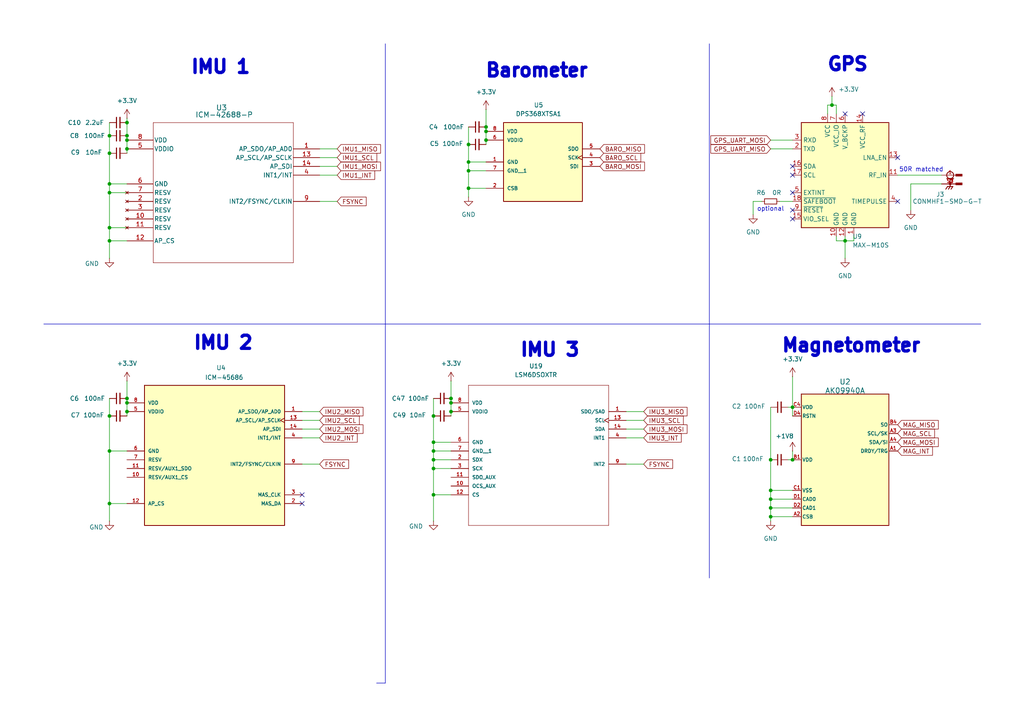
<source format=kicad_sch>
(kicad_sch (version 20250114) (generator "eeschema") (generator_version "9.0")
  (paper "A4")
  (title_block (title "Flight Controller H7") (rev "v1"))
  (lib_symbols
    (symbol "Device:C_Small" (pin_numbers (hide yes)) (pin_names (offset 0.254) (hide yes))
      (property "Reference" "C" (at 0.254 1.778 0))
      (property "Value" "C_Small" (at 0.254 -2.032 0))
      (symbol "C_Small_0_1"
        (polyline (pts (xy -1.524 0.508) (xy 1.524 0.508)) (stroke (width 0.3048)))
        (polyline (pts (xy -1.524 -0.508) (xy 1.524 -0.508)) (stroke (width 0.3302)))
      )
      (symbol "C_Small_1_1"
        (pin passive line (at 0 2.54 270) (length 2.032) (name "~") (number "1"))
        (pin passive line (at 0 -2.54 90) (length 2.032) (name "~") (number "2"))
      )
    )
    (symbol "Device:R_Small" (pin_numbers (hide yes)) (pin_names (offset 0.254) (hide yes))
      (property "Reference" "R" (at 0.762 0.508 0))
      (property "Value" "R_Small" (at 0.762 -1.016 0))
      (symbol "R_Small_0_1"
        (rectangle (start -0.762 1.778) (end 0.762 -1.778) (stroke (width 0.2032)))
      )
      (symbol "R_Small_1_1"
        (pin passive line (at 0 2.54 270) (length 0.762) (name "~") (number "1"))
        (pin passive line (at 0 -2.54 90) (length 0.762) (name "~") (number "2"))
      )
    )
    (symbol "RF_GPS:MAX-M10S"
      (property "Reference" "U9" (at 2.1433 -17.78 0))
      (property "Value" "MAX-M10S" (at 2.1433 -20.32 0))
      (symbol "MAX-M10S_0_1"
        (rectangle (start -12.7 15.24) (end 12.7 -15.24) (stroke (width 0.254)) (fill (type background)))
      )
      (symbol "MAX-M10S_1_1"
        (pin input line (at -15.24 10.16 0) (length 2.54) (name "RXD") (number "3"))
        (pin output line (at -15.24 7.62 0) (length 2.54) (name "TXD") (number "2"))
        (pin bidirectional line (at -15.24 2.54 0) (length 2.54) (name "SDA") (number "16"))
        (pin input line (at -15.24 0 0) (length 2.54) (name "SCL") (number "17"))
        (pin input line (at -15.24 -5.08 0) (length 2.54) (name "EXTINT") (number "5"))
        (pin input line (at -15.24 -7.62 0) (length 2.54) (name "~{SAFEBOOT}") (number "18"))
        (pin input line (at -15.24 -10.16 0) (length 2.54) (name "~{RESET}") (number "9"))
        (pin input line (at -15.24 -12.7 0) (length 2.54) (name "VIO_SEL") (number "15"))
        (pin power_in line (at -5.08 17.78 270) (length 2.54) (name "VCC") (number "8"))
        (pin power_in line (at -2.54 17.78 270) (length 2.54) (name "VCC_IO") (number "7"))
        (pin passive line (at -2.54 -17.78 90) (length 2.54) (name "GND") (number "10"))
        (pin power_in line (at 0 17.78 270) (length 2.54) (name "V_BCKP") (number "6"))
        (pin passive line (at 0 -17.78 90) (length 2.54) (name "GND") (number "12"))
        (pin power_in line (at 2.54 -17.78 90) (length 2.54) (name "GND") (number "1"))
        (pin power_out line (at 5.08 17.78 270) (length 2.54) (name "VCC_RF") (number "14"))
        (pin output line (at 15.24 5.08 180) (length 2.54) (name "LNA_EN") (number "13"))
        (pin input line (at 15.24 0 180) (length 2.54) (name "RF_IN") (number "11"))
        (pin output line (at 15.24 -7.62 180) (length 2.54) (name "TIMEPULSE") (number "4"))
      )
    )
    (symbol "Snapeda:AK09940A" (pin_names (offset 0.254))
      (property "Reference" "U2" (at 12.7 41.656 0))
      (property "Value" "AK09940A" (at 12.7 39.116 0))
      (symbol "AK09940A_0_0"
        (rectangle (start 0 0) (end 25.4 38.1) (stroke (width 0.254)) (fill (type background)))
      )
      (symbol "AK09940A_0_1"
        (pin power_in line (at -2.54 34.29 0) (length 2.54) (name "VOD") (number "C4"))
        (pin input line (at -2.54 31.75 0) (length 2.54) (name "RSTN") (number "D4"))
        (pin power_in line (at -2.54 19.05 0) (length 2.54) (name "VDD") (number "B1"))
        (pin power_out line (at -2.54 10.16 0) (length 2.54) (name "VSS") (number "C1"))
        (pin input line (at -2.54 7.62 0) (length 2.54) (name "CAD0") (number "D1"))
        (pin input line (at -2.54 5.08 0) (length 2.54) (name "CAD1") (number "D2"))
        (pin input line (at -2.54 2.54 0) (length 2.54) (name "CSB") (number "A2"))
        (pin output line (at 27.94 29.21 180) (length 2.54) (name "SO") (number "B4"))
        (pin input line (at 27.94 26.67 180) (length 2.54) (name "SCL/SK") (number "A3"))
        (pin bidirectional line (at 27.94 24.13 180) (length 2.54) (name "SDA/SI") (number "A4"))
        (pin bidirectional line (at 27.94 21.59 180) (length 2.54) (name "DRDY/TRG") (number "A1"))
      )
    )
    (symbol "Snapeda:CONMHF1-SMD-G-T" (pin_names (offset 1.016))
      (property "Reference" "J" (at -3.81 1.524 0))
      (property "Value" "CONMHF1-SMD-G-T" (at -4.064 -6.858 0))
      (symbol "CONMHF1-SMD-G-T_0_0"
        (polyline (pts (xy -1.016 -1.016) (xy 1.016 -1.016)) (stroke (width 0.254)))
        (polyline (pts (xy -0.762 -3.302) (xy -1.27 -4.064)) (stroke (width 0.254)))
        (circle (center 0 0) (radius 1.016) (stroke (width 0.254)))
        (polyline (pts (xy 0 -1.016) (xy 0 -3.302)) (stroke (width 0.254)))
        (circle (center 0 -2.54) (radius 0.254) (stroke (width 0.254)))
        (polyline (pts (xy 0 -3.302) (xy -0.508 -4.064)) (stroke (width 0.254)))
        (polyline (pts (xy 0.762 -3.302) (xy -0.762 -3.302)) (stroke (width 0.254)))
        (polyline (pts (xy 0.762 -3.302) (xy 0.254 -4.064)) (stroke (width 0.254)))
        (rectangle (start 1.5875 -0.3175) (end 3.4925 0.3175) (stroke (width 0.1)) (fill (type outline)))
        (rectangle (start 1.5875 -2.8575) (end 3.4925 -2.2225) (stroke (width 0.1)) (fill (type outline)))
        (pin passive line (at -2.54 0 0) (length 5.08) (name "~") (number "1"))
        (pin passive line (at -2.54 -2.54 0) (length 5.08) (name "~") (number "S1"))
        (pin passive line (at -2.54 -2.54 0) (length 5.08) (name "~") (number "S2"))
        (pin passive line (at -2.54 -2.54 0) (length 5.08) (name "~") (number "S3"))
      )
    )
    (symbol "Snapeda:DPS368XTSA1" (pin_names (offset 1.016))
      (property "Reference" "U5" (at 0 15.24 0))
      (property "Value" "DPS368XTSA1" (at 0 12.7 0))
      (symbol "DPS368XTSA1_0_0"
        (rectangle (start -12.7 10.16) (end 10.16 -12.7) (stroke (width 0.254)) (fill (type background)))
        (pin output line (at -17.78 2.54 0) (length 5.08) (name "SDO") (number "5"))
        (pin input clock (at -17.78 0 0) (length 5.08) (name "SCK") (number "4"))
        (pin input line (at -17.78 -2.54 0) (length 5.08) (name "SDI") (number "3"))
        (pin power_in line (at 15.24 7.62 180) (length 5.08) (name "VDD") (number "8"))
        (pin power_in line (at 15.24 5.08 180) (length 5.08) (name "VDDIO") (number "6"))
        (pin power_in line (at 15.24 -1.27 180) (length 5.08) (name "GND") (number "1"))
        (pin power_in line (at 15.24 -3.81 180) (length 5.08) (name "GND__1") (number "7"))
        (pin input line (at 15.24 -8.89 180) (length 5.08) (name "CSB") (number "2"))
      )
    )
    (symbol "Snapeda:ICM-42688-P" (pin_names (offset 0.254))
      (property "Reference" "U3" (at 48.26 10.16 0))
      (property "Value" "ICM-42688-P" (at 48.26 7.62 0))
      (symbol "ICM-42688-P_0_1"
        (polyline (pts (xy 7.62 5.08) (xy 7.62 -35.56)) (stroke (width 0.127)))
        (polyline (pts (xy 7.62 -35.56) (xy 48.26 -35.56)) (stroke (width 0.127)))
        (polyline (pts (xy 48.26 5.08) (xy 7.62 5.08)) (stroke (width 0.127)))
        (polyline (pts (xy 48.26 -35.56) (xy 48.26 5.08)) (stroke (width 0.127)))
        (pin power_in line (at 0 0 0) (length 7.62) (name "VDD") (number "8"))
        (pin power_in line (at 0 -2.54 0) (length 7.62) (name "VDDIO") (number "5"))
        (pin power_out line (at 0 -12.7 0) (length 7.62) (name "GND") (number "6"))
        (pin no_connect line (at 0 -15.24 0) (length 7.62) (name "RESV") (number "7"))
        (pin no_connect line (at 0 -17.78 0) (length 7.62) (name "RESV") (number "2"))
        (pin no_connect line (at 0 -20.32 0) (length 7.62) (name "RESV") (number "3"))
        (pin no_connect line (at 0 -22.86 0) (length 7.62) (name "RESV") (number "10"))
        (pin no_connect line (at 0 -25.4 0) (length 7.62) (name "RESV") (number "11"))
        (pin unspecified line (at 0 -29.21 0) (length 7.62) (name "AP_CS") (number "12"))
        (pin bidirectional line (at 55.88 -2.54 180) (length 7.62) (name "AP_SDO/AP_AD0") (number "1"))
        (pin unspecified line (at 55.88 -5.08 180) (length 7.62) (name "AP_SCL/AP_SCLK") (number "13"))
        (pin bidirectional line (at 55.88 -10.16 180) (length 7.62) (name "INT1/INT") (number "4"))
        (pin bidirectional line (at 55.88 -17.78 180) (length 7.62) (name "INT2/FSYNC/CLKIN") (number "9"))
      )
      (symbol "ICM-42688-P_1_1"
        (pin unspecified line (at 55.88 -7.62 180) (length 7.62) (name "AP_SDI") (number "14"))
      )
    )
    (symbol "Snapeda:ICM-45686" (pin_names (offset 1.016))
      (property "Reference" "U4" (at 20.574 6.604 90))
      (property "Value" "ICM-45686" (at 47.6886 2.54 0))
      (symbol "ICM-45686_0_0"
        (rectangle (start 0 0) (end 40.64 -40.64) (stroke (width 0.254)) (fill (type background)))
        (pin power_in line (at -5.08 -5.08 0) (length 5.08) (name "VDD") (number "8"))
        (pin power_in line (at -5.08 -7.62 0) (length 5.08) (name "VDDIO") (number "5"))
        (pin power_in line (at -5.08 -19.05 0) (length 5.08) (name "GND") (number "6"))
        (pin passive line (at -5.08 -21.59 0) (length 5.08) (name "RESV") (number "7"))
        (pin output line (at -5.08 -24.13 0) (length 5.08) (name "RESV/AUX1_SDO") (number "11"))
        (pin input line (at -5.08 -26.67 0) (length 5.08) (name "RESV/AUX1_CS") (number "10"))
        (pin input line (at -5.08 -34.29 0) (length 5.08) (name "AP_CS") (number "12"))
        (pin bidirectional line (at 45.72 -7.62 180) (length 5.08) (name "AP_SDO/AP_AD0") (number "1"))
        (pin input clock (at 45.72 -10.16 180) (length 5.08) (name "AP_SCL/AP_SCLK") (number "13"))
        (pin output line (at 45.72 -15.24 180) (length 5.08) (name "INT1/INT") (number "4"))
        (pin bidirectional line (at 45.72 -22.86 180) (length 5.08) (name "INT2/FSYNC/CLKIN") (number "9"))
      )
      (symbol "ICM-45686_1_0"
        (pin bidirectional line (at 45.72 -12.7 180) (length 5.08) (name "AP_SDI") (number "14"))
        (pin bidirectional line (at 45.72 -31.75 180) (length 5.08) (name "MAS_CLK") (number "3"))
        (pin bidirectional line (at 45.72 -34.29 180) (length 5.08) (name "MAS_DA") (number "2"))
      )
    )
    (symbol "Snapeda:LSM6DSOXTR" (pin_names (offset 1.016))
      (property "Reference" "U19" (at 19.558 46.228 0))
      (property "Value" "LSM6DSOXTR" (at 19.558 43.688 0))
      (symbol "LSM6DSOXTR_0_0"
        (pin power_in line (at -5.08 35.56 0) (length 5.08) (name "VDD") (number "8"))
        (pin power_in line (at -5.08 33.02 0) (length 5.08) (name "VDDIO") (number "5"))
        (pin power_in line (at -5.08 24.13 0) (length 5.08) (name "GND") (number "6"))
        (pin power_in line (at -5.08 21.59 0) (length 5.08) (name "GND__1") (number "7"))
        (pin bidirectional line (at -5.08 19.05 0) (length 5.08) (name "SDX") (number "2"))
        (pin bidirectional line (at -5.08 16.51 0) (length 5.08) (name "SCX") (number "3"))
        (pin bidirectional line (at -5.08 13.97 0) (length 5.08) (name "SDO_AUX") (number "11"))
        (pin bidirectional line (at -5.08 11.43 0) (length 5.08) (name "OCS_AUX") (number "10"))
        (pin input line (at -5.08 8.89 0) (length 5.08) (name "CS") (number "12"))
        (pin bidirectional line (at 45.72 33.02 180) (length 5.08) (name "SDO/SA0") (number "1"))
        (pin input clock (at 45.72 30.48 180) (length 5.08) (name "SCL") (number "13"))
        (pin bidirectional line (at 45.72 27.94 180) (length 5.08) (name "SDA") (number "14"))
        (pin output line (at 45.72 25.4 180) (length 5.08) (name "INT1") (number "4"))
        (pin output line (at 45.72 17.78 180) (length 5.08) (name "INT2") (number "9"))
      )
      (symbol "LSM6DSOXTR_0_1"
        (polyline (pts (xy 0 40.64) (xy 0 0)) (stroke (width 0.127)))
        (polyline (pts (xy 0 0) (xy 40.64 0)) (stroke (width 0.127)))
        (polyline (pts (xy 40.64 40.64) (xy 0 40.64)) (stroke (width 0.127)))
        (polyline (pts (xy 40.64 0) (xy 40.64 40.64)) (stroke (width 0.127)))
      )
    )
    (symbol "power:+1V8" (power) (pin_numbers (hide yes)) (pin_names (offset 0) (hide yes))
      (property "Value" "+1V8" (at 0 3.556 0))
      (symbol "+1V8_0_1"
        (polyline (pts (xy -0.762 1.27) (xy 0 2.54)))
        (polyline (pts (xy 0 2.54) (xy 0.762 1.27)))
        (polyline (pts (xy 0 0) (xy 0 2.54)))
      )
      (symbol "+1V8_1_1"
        (pin power_in line (at 0 0 90) (length 0) (name "~") (number "1"))
      )
    )
    (symbol "power:+3.3V" (power) (pin_numbers (hide yes)) (pin_names (offset 0) (hide yes))
      (property "Value" "+3.3V" (at 0 3.556 0))
      (symbol "+3.3V_0_1"
        (polyline (pts (xy -0.762 1.27) (xy 0 2.54)))
        (polyline (pts (xy 0 2.54) (xy 0.762 1.27)))
        (polyline (pts (xy 0 0) (xy 0 2.54)))
      )
      (symbol "+3.3V_1_1"
        (pin power_in line (at 0 0 90) (length 0) (name "~") (number "1"))
      )
    )
    (symbol "power:GND" (power) (pin_numbers (hide yes)) (pin_names (offset 0) (hide yes))
      (property "Value" "GND" (at 0 -3.81 0))
      (symbol "GND_0_1"
        (polyline (pts (xy 0 0) (xy 0 -1.27) (xy 1.27 -1.27) (xy 0 -2.54) (xy -1.27 -1.27) (xy 0 -1.27)))
      )
      (symbol "GND_1_1"
        (pin power_in line (at 0 0 270) (length 0) (name "~") (number "1"))
      )
    )
  )
  (text "Magnetometer" (at 246.888 100.33 0) (effects (font (size 3.81 3.81) (thickness 2.54) (bold yes))))
  (text "IMU 3" (at 159.512 101.6 0) (effects (font (size 3.81 3.81) (thickness 2.54) (bold yes))))
  (text "Barometer" (at 155.702 20.574 0) (effects (font (size 3.81 3.81) (thickness 2.54) (bold yes))))
  (text "50R matched" (at 267.208 49.276 0) (effects (font (size 1.27 1.27))))
  (text "IMU 2" (at 64.77 99.568 0) (effects (font (size 3.81 3.81) (thickness 2.54) (bold yes))))
  (text "optional" (at 223.52 60.706 0) (effects (font (size 1.27 1.27))))
  (text "IMU 1" (at 64.008 19.558 0) (effects (font (size 3.81 3.81) (thickness 2.54) (bold yes))))
  (text "GPS" (at 245.872 18.796 0) (effects (font (size 3.81 3.81) (thickness 2.54) (bold yes))))
  (junction (at 36.83 39.37))
  (junction (at 31.75 44.45))
  (junction (at 140.97 40.64))
  (junction (at 140.97 38.1))
  (junction (at 130.81 119.38))
  (junction (at 36.83 43.18))
  (junction (at 223.52 149.86))
  (junction (at 135.89 41.91))
  (junction (at 31.75 39.37))
  (junction (at 130.81 115.57))
  (junction (at 223.52 144.78))
  (junction (at 229.87 118.11))
  (junction (at 125.73 143.51))
  (junction (at 125.73 135.89))
  (junction (at 130.81 116.84))
  (junction (at 125.73 120.65))
  (junction (at 31.75 55.88))
  (junction (at 223.52 147.32))
  (junction (at 36.83 35.56))
  (junction (at 135.89 49.53))
  (junction (at 125.73 128.27))
  (junction (at 31.75 120.65))
  (junction (at 241.3 30.48))
  (junction (at 36.83 115.57))
  (junction (at 36.83 116.84))
  (junction (at 135.89 46.99))
  (junction (at 31.75 146.05))
  (junction (at 140.97 36.83))
  (junction (at 223.52 142.24))
  (junction (at 125.73 130.81))
  (junction (at 31.75 130.81))
  (junction (at 31.75 53.34))
  (junction (at 223.52 133.35))
  (junction (at 229.87 133.35))
  (junction (at 36.83 40.64))
  (junction (at 31.75 69.85))
  (junction (at 125.73 133.35))
  (junction (at 135.89 54.61))
  (junction (at 31.75 66.04))
  (junction (at 245.11 69.85))
  (junction (at 36.83 119.38))
  (no_connect (at 229.87 55.88))
  (no_connect (at 250.19 33.02))
  (no_connect (at 245.11 33.02))
  (no_connect (at 229.87 50.8))
  (no_connect (at 229.87 60.96))
  (no_connect (at 229.87 48.26))
  (no_connect (at 229.87 63.5))
  (no_connect (at 87.63 146.05))
  (no_connect (at 260.35 45.72))
  (no_connect (at 87.63 143.51))
  (no_connect (at 260.35 58.42))
  (polyline (pts (xy 205.74 12.7) (xy 205.74 167.64)))
  (wire (pts (xy 92.71 50.8) (xy 97.79 50.8)))
  (wire (pts (xy 241.3 30.48) (xy 241.3 27.94)))
  (wire (pts (xy 228.6 133.35) (xy 229.87 133.35)))
  (wire (pts (xy 181.61 124.46) (xy 186.69 124.46)))
  (wire (pts (xy 31.75 146.05) (xy 31.75 151.13)))
  (wire (pts (xy 31.75 53.34) (xy 36.83 53.34)))
  (polyline (pts (xy 12.7 93.98) (xy 284.48 93.98)))
  (wire (pts (xy 36.83 115.57) (xy 36.83 116.84)))
  (wire (pts (xy 228.6 118.11) (xy 229.87 118.11)))
  (wire (pts (xy 130.81 110.49) (xy 130.81 115.57)))
  (wire (pts (xy 223.52 142.24) (xy 223.52 144.78)))
  (wire (pts (xy 140.97 36.83) (xy 140.97 38.1)))
  (wire (pts (xy 125.73 120.65) (xy 125.73 128.27)))
  (wire (pts (xy 31.75 55.88) (xy 31.75 66.04)))
  (wire (pts (xy 31.75 115.57) (xy 31.75 120.65)))
  (wire (pts (xy 242.57 68.58) (xy 242.57 69.85)))
  (wire (pts (xy 135.89 54.61) (xy 135.89 57.15)))
  (wire (pts (xy 31.75 130.81) (xy 31.75 146.05)))
  (wire (pts (xy 125.73 130.81) (xy 130.81 130.81)))
  (wire (pts (xy 31.75 39.37) (xy 31.75 44.45)))
  (wire (pts (xy 135.89 49.53) (xy 135.89 54.61)))
  (wire (pts (xy 229.87 130.81) (xy 229.87 133.35)))
  (wire (pts (xy 92.71 48.26) (xy 97.79 48.26)))
  (wire (pts (xy 135.89 46.99) (xy 135.89 49.53)))
  (wire (pts (xy 130.81 115.57) (xy 130.81 116.84)))
  (wire (pts (xy 223.52 144.78) (xy 229.87 144.78)))
  (wire (pts (xy 140.97 49.53) (xy 135.89 49.53)))
  (wire (pts (xy 181.61 119.38) (xy 186.69 119.38)))
  (wire (pts (xy 130.81 119.38) (xy 130.81 120.65)))
  (wire (pts (xy 223.52 149.86) (xy 229.87 149.86)))
  (wire (pts (xy 36.83 39.37) (xy 36.83 40.64)))
  (wire (pts (xy 31.75 35.56) (xy 31.75 39.37)))
  (wire (pts (xy 226.06 58.42) (xy 229.87 58.42)))
  (wire (pts (xy 87.63 127) (xy 92.71 127)))
  (wire (pts (xy 140.97 54.61) (xy 135.89 54.61)))
  (wire (pts (xy 218.44 62.23) (xy 218.44 58.42)))
  (wire (pts (xy 223.52 40.64) (xy 229.87 40.64)))
  (wire (pts (xy 36.83 120.65) (xy 36.83 119.38)))
  (wire (pts (xy 31.75 69.85) (xy 36.83 69.85)))
  (wire (pts (xy 273.05 53.34) (xy 264.16 53.34)))
  (wire (pts (xy 264.16 53.34) (xy 264.16 60.96)))
  (wire (pts (xy 223.52 118.11) (xy 223.52 133.35)))
  (wire (pts (xy 223.52 144.78) (xy 223.52 147.32)))
  (wire (pts (xy 125.73 115.57) (xy 125.73 120.65)))
  (wire (pts (xy 247.65 69.85) (xy 247.65 68.58)))
  (wire (pts (xy 87.63 124.46) (xy 92.71 124.46)))
  (wire (pts (xy 125.73 135.89) (xy 130.81 135.89)))
  (wire (pts (xy 229.87 109.22) (xy 229.87 118.11)))
  (wire (pts (xy 223.52 43.18) (xy 229.87 43.18)))
  (wire (pts (xy 31.75 146.05) (xy 36.83 146.05)))
  (polyline (pts (xy 111.76 12.7) (xy 111.76 198.12)))
  (wire (pts (xy 181.61 127) (xy 186.69 127)))
  (wire (pts (xy 92.71 43.18) (xy 97.79 43.18)))
  (wire (pts (xy 36.83 44.45) (xy 36.83 43.18)))
  (wire (pts (xy 260.35 50.8) (xy 273.05 50.8)))
  (wire (pts (xy 125.73 133.35) (xy 125.73 135.89)))
  (wire (pts (xy 223.52 147.32) (xy 223.52 149.86)))
  (wire (pts (xy 87.63 119.38) (xy 92.71 119.38)))
  (wire (pts (xy 87.63 121.92) (xy 92.71 121.92)))
  (wire (pts (xy 229.87 118.11) (xy 229.87 120.65)))
  (wire (pts (xy 31.75 69.85) (xy 31.75 74.93)))
  (wire (pts (xy 36.83 116.84) (xy 36.83 119.38)))
  (wire (pts (xy 140.97 41.91) (xy 140.97 40.64)))
  (wire (pts (xy 135.89 41.91) (xy 135.89 46.99)))
  (wire (pts (xy 31.75 66.04) (xy 36.83 66.04)))
  (wire (pts (xy 125.73 133.35) (xy 130.81 133.35)))
  (wire (pts (xy 36.83 35.56) (xy 36.83 39.37)))
  (wire (pts (xy 241.3 30.48) (xy 242.57 30.48)))
  (wire (pts (xy 87.63 134.62) (xy 92.71 134.62)))
  (wire (pts (xy 92.71 45.72) (xy 97.79 45.72)))
  (wire (pts (xy 181.61 134.62) (xy 186.69 134.62)))
  (wire (pts (xy 125.73 130.81) (xy 125.73 133.35)))
  (wire (pts (xy 223.52 133.35) (xy 223.52 142.24)))
  (wire (pts (xy 31.75 130.81) (xy 36.83 130.81)))
  (wire (pts (xy 135.89 36.83) (xy 135.89 41.91)))
  (wire (pts (xy 218.44 58.42) (xy 220.98 58.42)))
  (wire (pts (xy 229.87 147.32) (xy 223.52 147.32)))
  (polyline (pts (xy 109.22 198.12) (xy 111.76 198.12)))
  (wire (pts (xy 125.73 128.27) (xy 130.81 128.27)))
  (wire (pts (xy 140.97 46.99) (xy 135.89 46.99)))
  (wire (pts (xy 125.73 128.27) (xy 125.73 130.81)))
  (wire (pts (xy 245.11 68.58) (xy 245.11 69.85)))
  (wire (pts (xy 125.73 143.51) (xy 130.81 143.51)))
  (wire (pts (xy 125.73 135.89) (xy 125.73 143.51)))
  (wire (pts (xy 245.11 69.85) (xy 245.11 74.93)))
  (wire (pts (xy 31.75 66.04) (xy 31.75 69.85)))
  (wire (pts (xy 31.75 53.34) (xy 31.75 55.88)))
  (wire (pts (xy 242.57 69.85) (xy 245.11 69.85)))
  (wire (pts (xy 125.73 143.51) (xy 125.73 151.13)))
  (wire (pts (xy 242.57 30.48) (xy 242.57 33.02)))
  (wire (pts (xy 181.61 121.92) (xy 186.69 121.92)))
  (wire (pts (xy 36.83 110.49) (xy 36.83 115.57)))
  (wire (pts (xy 241.3 30.48) (xy 240.03 30.48)))
  (wire (pts (xy 92.71 58.42) (xy 97.79 58.42)))
  (wire (pts (xy 223.52 142.24) (xy 229.87 142.24)))
  (wire (pts (xy 245.11 69.85) (xy 247.65 69.85)))
  (wire (pts (xy 36.83 34.29) (xy 36.83 35.56)))
  (wire (pts (xy 140.97 31.75) (xy 140.97 36.83)))
  (wire (pts (xy 36.83 40.64) (xy 36.83 43.18)))
  (wire (pts (xy 130.81 116.84) (xy 130.81 119.38)))
  (wire (pts (xy 240.03 30.48) (xy 240.03 33.02)))
  (wire (pts (xy 31.75 55.88) (xy 36.83 55.88)))
  (wire (pts (xy 31.75 120.65) (xy 31.75 130.81)))
  (wire (pts (xy 31.75 44.45) (xy 31.75 53.34)))
  (wire (pts (xy 140.97 38.1) (xy 140.97 40.64)))
  (wire (pts (xy 223.52 149.86) (xy 223.52 151.13)))
  (global_label "FSYNC" (shape input) (at 97.79 58.42 0) (property "Intersheetrefs" "${INTERSHEET_REFS}" (effects (hide yes))))
  (global_label "FSYNC" (shape input) (at 186.69 134.62 0) (property "Intersheetrefs" "${INTERSHEET_REFS}" (effects (hide yes))))
  (global_label "MAG_MISO" (shape input) (at 260.35 123.19 0) (property "Intersheetrefs" "${INTERSHEET_REFS}" (effects (hide yes))))
  (global_label "IMU1_MOSI" (shape input) (at 97.79 48.26 0) (property "Intersheetrefs" "${INTERSHEET_REFS}" (effects (hide yes))))
  (global_label "IMU2_INT" (shape input) (at 92.71 127 0) (property "Intersheetrefs" "${INTERSHEET_REFS}" (effects (hide yes))))
  (global_label "IMU3_MOSI" (shape input) (at 186.69 124.46 0) (property "Intersheetrefs" "${INTERSHEET_REFS}" (effects (hide yes))))
  (global_label "IMU3_MISO" (shape input) (at 186.69 119.38 0) (property "Intersheetrefs" "${INTERSHEET_REFS}" (effects (hide yes))))
  (global_label "FSYNC" (shape input) (at 92.71 134.62 0) (property "Intersheetrefs" "${INTERSHEET_REFS}" (effects (hide yes))))
  (global_label "MAG_MOSI" (shape input) (at 260.35 128.27 0) (property "Intersheetrefs" "${INTERSHEET_REFS}" (effects (hide yes))))
  (global_label "IMU1_SCL" (shape input) (at 97.79 45.72 0) (property "Intersheetrefs" "${INTERSHEET_REFS}" (effects (hide yes))))
  (global_label "MAG_INT" (shape input) (at 260.35 130.81 0) (property "Intersheetrefs" "${INTERSHEET_REFS}" (effects (hide yes))))
  (global_label "BARO_MOSI" (shape input) (at 173.99 48.26 0) (property "Intersheetrefs" "${INTERSHEET_REFS}" (effects (hide yes))))
  (global_label "IMU2_MOSI" (shape input) (at 92.71 124.46 0) (property "Intersheetrefs" "${INTERSHEET_REFS}" (effects (hide yes))))
  (global_label "GPS_UART_MISO" (shape input) (at 223.52 43.18 180) (property "Intersheetrefs" "${INTERSHEET_REFS}" (effects (hide yes))))
  (global_label "IMU1_INT" (shape input) (at 97.79 50.8 0) (property "Intersheetrefs" "${INTERSHEET_REFS}" (effects (hide yes))))
  (global_label "GPS_UART_MOSI" (shape input) (at 223.52 40.64 180) (property "Intersheetrefs" "${INTERSHEET_REFS}" (effects (hide yes))))
  (global_label "IMU2_MISO" (shape input) (at 92.71 119.38 0) (property "Intersheetrefs" "${INTERSHEET_REFS}" (effects (hide yes))))
  (global_label "IMU2_SCL" (shape input) (at 92.71 121.92 0) (property "Intersheetrefs" "${INTERSHEET_REFS}" (effects (hide yes))))
  (global_label "IMU3_INT" (shape input) (at 186.69 127 0) (property "Intersheetrefs" "${INTERSHEET_REFS}" (effects (hide yes))))
  (global_label "IMU3_SCL" (shape input) (at 186.69 121.92 0) (property "Intersheetrefs" "${INTERSHEET_REFS}" (effects (hide yes))))
  (global_label "MAG_SCL" (shape input) (at 260.35 125.73 0) (property "Intersheetrefs" "${INTERSHEET_REFS}" (effects (hide yes))))
  (global_label "IMU1_MISO" (shape input) (at 97.79 43.18 0) (property "Intersheetrefs" "${INTERSHEET_REFS}" (effects (hide yes))))
  (global_label "BARO_SCL" (shape input) (at 173.99 45.72 0) (property "Intersheetrefs" "${INTERSHEET_REFS}" (effects (hide yes))))
  (global_label "BARO_MISO" (shape input) (at 173.99 43.18 0) (property "Intersheetrefs" "${INTERSHEET_REFS}" (effects (hide yes))))
  (symbol (lib_id "power:GND") (at 218.44 62.23 0) (unit 1)
    (property "Reference" "#PWR021" (effects (hide yes)))
    (property "Value" "GND" (at 218.44 67.31 0))
    (property "Description" "Power symbol creates a global label with name \"GND\" , ground" (effects (hide yes)))
  )
  (symbol (lib_id "Device:C_Small") (at 34.29 35.56 90) (unit 1)
    (property "Reference" "C10" (at 21.59 35.56 90))
    (property "Value" "2.2uF" (at 27.432 35.56 90))
    (property "Footprint" "Capacitor_SMD:C_0603_1608Metric" (effects (hide yes)))
    (property "Description" "Unpolarized capacitor, small symbol" (effects (hide yes)))
  )
  (symbol (lib_id "power:GND") (at 31.75 74.93 0) (unit 1)
    (property "Reference" "#PWR06" (effects (hide yes)))
    (property "Value" "GND" (at 26.67 76.454 0))
    (property "Description" "Power symbol creates a global label with name \"GND\" , ground" (effects (hide yes)))
  )
  (symbol (lib_id "power:+3.3V") (at 36.83 110.49 0) (unit 1)
    (property "Reference" "#PWR08" (effects (hide yes)))
    (property "Value" "+3.3V" (at 36.83 105.41 0))
    (property "Description" "Power symbol creates a global label with name \"+3.3V\"" (effects (hide yes)))
  )
  (symbol (lib_id "power:GND") (at 264.16 60.96 0) (unit 1)
    (property "Reference" "#PWR022" (effects (hide yes)))
    (property "Value" "GND" (at 264.16 66.04 0))
    (property "Description" "Power symbol creates a global label with name \"GND\" , ground" (effects (hide yes)))
  )
  (symbol (lib_id "power:+3.3V") (at 140.97 31.75 0) (unit 1)
    (property "Reference" "#PWR03" (effects (hide yes)))
    (property "Value" "+3.3V" (at 140.97 26.67 0))
    (property "Description" "Power symbol creates a global label with name \"+3.3V\"" (effects (hide yes)))
  )
  (symbol (lib_id "Device:C_Small") (at 128.27 115.57 90) (unit 1)
    (property "Reference" "C47" (at 115.57 115.57 90))
    (property "Value" "100nF" (at 121.412 115.57 90))
    (property "Footprint" "Capacitor_SMD:C_0603_1608Metric" (effects (hide yes)))
    (property "Description" "Unpolarized capacitor, small symbol" (effects (hide yes)))
  )
  (symbol (lib_id "Snapeda:AK09940A") (at 232.41 152.4 0) (unit 1)
    (property "Reference" "U2" (at 245.11 110.744 0) (effects (font (size 1.524 1.524))))
    (property "Value" "AK09940A" (at 245.11 113.284 0) (effects (font (size 1.524 1.524))))
    (property "Footprint" "Snapeda:LGA11_1p6x1p6x0p58_AKM" (effects (hide yes)))
    (property "Datasheet" "AK09940A" (effects (hide yes)))
  )
  (symbol (lib_id "Device:R_Small") (at 223.52 58.42 90) (unit 1)
    (property "Reference" "R6" (at 220.726 55.88 90))
    (property "Value" "0R" (at 225.298 55.88 90))
    (property "Footprint" "Resistor_SMD:R_0603_1608Metric" (effects (hide yes)))
    (property "Description" "Resistor, small symbol" (effects (hide yes)))
  )
  (symbol (lib_id "power:+3.3V") (at 36.83 34.29 0) (unit 1)
    (property "Reference" "#PWR09" (effects (hide yes)))
    (property "Value" "+3.3V" (at 36.83 29.21 0))
    (property "Description" "Power symbol creates a global label with name \"+3.3V\"" (effects (hide yes)))
  )
  (symbol (lib_id "Snapeda:CONMHF1-SMD-G-T") (at 275.59 50.8 0) (unit 1)
    (property "Reference" "J3" (at 271.526 56.388 0) (effects (justify left)))
    (property "Value" "CONMHF1-SMD-G-T" (at 264.668 58.42 0) (effects (justify left)))
    (property "Footprint" "Snapeda:CONMHF1-SMD-G-T_LINX_CONMHF1-SMD-G-T" (effects (hide yes)))
    (property "SnapEDA_Link" "https://www.snapeda.com/parts/CONMHF1-SMD-G-T/Linx/view-part/?ref=snap" (effects (hide yes)))
    (property "Check_prices" "https://www.snapeda.com/parts/CONMHF1-SMD-G-T/Linx/view-part/?ref=eda" (effects (hide yes)))
    (property "Package" "None" (effects (hide yes)))
    (property "Price" "None" (effects (hide yes)))
    (property "MF" "Linx Technologies Inc." (effects (hide yes)))
    (property "MP" "CONMHF1-SMD-G-T" (effects (hide yes)))
    (property "Purchase-URL" "https://www.snapeda.com/api/url_track_click_mouser/?unipart_id=9180172&manufacturer=Linx Technologies Inc.&part_name=CONMHF1-SMD-G-T&search_term=None" (effects (hide yes)))
    (property "Availability" "In Stock" (effects (hide yes)))
    (property "Description_1" "U.FL/MHF1 Jack 50 Ohm PCB Surface Mount" (effects (hide yes)))
  )
  (symbol (lib_id "power:GND") (at 223.52 151.13 0) (unit 1)
    (property "Reference" "#PWR02" (effects (hide yes)))
    (property "Value" "GND" (at 223.52 156.21 0))
    (property "Description" "Power symbol creates a global label with name \"GND\" , ground" (effects (hide yes)))
  )
  (symbol (lib_id "power:GND") (at 135.89 57.15 0) (unit 1)
    (property "Reference" "#PWR04" (effects (hide yes)))
    (property "Value" "GND" (at 135.89 62.23 0))
    (property "Description" "Power symbol creates a global label with name \"GND\" , ground" (effects (hide yes)))
  )
  (symbol (lib_id "power:+3.3V") (at 229.87 109.22 0) (unit 1)
    (property "Reference" "#PWR01" (effects (hide yes)))
    (property "Value" "+3.3V" (at 229.87 104.14 0))
    (property "Description" "Power symbol creates a global label with name \"+3.3V\"" (effects (hide yes)))
  )
  (symbol (lib_id "power:+3.3V") (at 130.81 110.49 0) (unit 1)
    (property "Reference" "#PWR051" (effects (hide yes)))
    (property "Value" "+3.3V" (at 130.81 105.41 0))
    (property "Description" "Power symbol creates a global label with name \"+3.3V\"" (effects (hide yes)))
  )
  (symbol (lib_id "Snapeda:DPS368XTSA1") (at 156.21 45.72 0) (mirror y) (unit 1)
    (property "Reference" "U5" (at 156.21 30.48 0))
    (property "Value" "DPS368XTSA1" (at 156.21 33.02 0))
    (property "Footprint" "Snapeda:DPS368XTSA1_XDCR_DPS368XTSA1" (effects (hide yes)))
    (property "MF" "Infineon Technologies" (effects (hide yes)))
    (property "DESCRIPTION" "Package dimensions: 8-pin LGA, 2.0 x 2.5 x 1.1 mm3 | Operation range: Pressure: 3001200 hPa Temperature: -4085C | Precision: 0.002 hPa _or 0.02 m_ | Rel. accuracy: 0.06 hPa _or 0.5 m_ | Abs. accuracy: 1 hPa _or 8 m_ | Temperature accuracy: 0.5C | Avg. current consumption: 1.7 A_pressure measurement_ @1Hzsampling rate, standby: 0.5 A. | Integrated FIFO | Interface: I2C and SPI_both with optional interrupt_" (effects (hide yes)))
    (property "PACKAGE" "VFLGA-8 Infineon Technologies" (effects (hide yes)))
    (property "PRICE" "None" (effects (hide yes)))
    (property "MP" "DPS368XTSA1" (effects (hide yes)))
    (property "AVAILABILITY" "Unavailable" (effects (hide yes)))
  )
  (symbol (lib_id "power:GND") (at 125.73 151.13 0) (unit 1)
    (property "Reference" "#PWR043" (effects (hide yes)))
    (property "Value" "GND" (at 120.65 152.654 0))
    (property "Description" "Power symbol creates a global label with name \"GND\" , ground" (effects (hide yes)))
  )
  (symbol (lib_id "Snapeda:LSM6DSOXTR") (at 135.89 152.4 0) (unit 1)
    (property "Reference" "U19" (at 155.448 106.172 0))
    (property "Value" "LSM6DSOXTR" (at 155.448 108.712 0))
    (property "Footprint" "Snapeda:LSM6DSOXTR_PQFN50P250X300X86-14N" (effects (hide yes)))
    (property "PARTREV" "3.0" (effects (hide yes)))
    (property "MANUFACTURER" "ST Microelectronics" (effects (hide yes)))
    (property "STANDARD" "IPC7351B" (effects (hide yes)))
  )
  (symbol (lib_id "RF_GPS:MAX-M10S") (at 245.11 50.8 0) (unit 1)
    (property "Reference" "U9" (at 247.2533 68.58 0) (effects (justify left)))
    (property "Value" "MAX-M10S" (at 247.2533 71.12 0) (effects (justify left)))
    (property "Footprint" "RF_GPS:ublox_MAX" (effects (hide yes)))
    (property "Datasheet" "https://content.u-blox.com/sites/default/files/MAX-M10S_DataSheet_UBX-20035208.pdf" (effects (hide yes)))
    (property "Description" "GNSS Module MAX M10, VCC 1.65V to 3.6V" (effects (hide yes)))
  )
  (symbol (lib_id "Device:C_Small") (at 138.43 36.83 90) (unit 1)
    (property "Reference" "C4" (at 125.73 36.83 90))
    (property "Value" "100nF" (at 131.572 36.83 90))
    (property "Footprint" "Capacitor_SMD:C_0603_1608Metric" (effects (hide yes)))
    (property "Description" "Unpolarized capacitor, small symbol" (effects (hide yes)))
  )
  (symbol (lib_id "power:GND") (at 31.75 151.13 0) (unit 1)
    (property "Reference" "#PWR05" (effects (hide yes)))
    (property "Value" "GND" (at 27.94 152.908 0))
    (property "Description" "Power symbol creates a global label with name \"GND\" , ground" (effects (hide yes)))
  )
  (symbol (lib_id "Device:C_Small") (at 34.29 120.65 90) (unit 1)
    (property "Reference" "C7" (at 21.844 120.396 90))
    (property "Value" "100nF" (at 27.178 120.396 90))
    (property "Footprint" "Capacitor_SMD:C_0603_1608Metric" (effects (hide yes)))
    (property "Description" "Unpolarized capacitor, small symbol" (effects (hide yes)))
  )
  (symbol (lib_id "power:+1V8") (at 229.87 130.81 0) (unit 1)
    (property "Reference" "#PWR053" (effects (hide yes)))
    (property "Value" "+1V8" (at 227.584 126.492 0))
    (property "Description" "Power symbol creates a global label with name \"+1V8\"" (effects (hide yes)))
  )
  (symbol (lib_id "power:+3.3V") (at 241.3 27.94 0) (unit 1)
    (property "Reference" "#PWR020" (effects (hide yes)))
    (property "Value" "+3.3V" (at 246.126 25.908 0))
    (property "Description" "Power symbol creates a global label with name \"+3.3V\"" (effects (hide yes)))
  )
  (symbol (lib_id "Device:C_Small") (at 128.27 120.65 90) (unit 1)
    (property "Reference" "C49" (at 115.824 120.396 90))
    (property "Value" "10nF" (at 121.158 120.396 90))
    (property "Footprint" "Capacitor_SMD:C_0603_1608Metric" (effects (hide yes)))
    (property "Description" "Unpolarized capacitor, small symbol" (effects (hide yes)))
  )
  (symbol (lib_id "Device:C_Small") (at 34.29 44.45 90) (unit 1)
    (property "Reference" "C9" (at 21.844 44.196 90))
    (property "Value" "10nF" (at 27.178 44.196 90))
    (property "Footprint" "Capacitor_SMD:C_0603_1608Metric" (effects (hide yes)))
    (property "Description" "Unpolarized capacitor, small symbol" (effects (hide yes)))
  )
  (symbol (lib_id "Device:C_Small") (at 34.29 39.37 90) (unit 1)
    (property "Reference" "C8" (at 21.59 39.37 90))
    (property "Value" "100nF" (at 27.432 39.37 90))
    (property "Footprint" "Capacitor_SMD:C_0603_1608Metric" (effects (hide yes)))
    (property "Description" "Unpolarized capacitor, small symbol" (effects (hide yes)))
  )
  (symbol (lib_id "Device:C_Small") (at 138.43 41.91 90) (unit 1)
    (property "Reference" "C5" (at 125.984 41.656 90))
    (property "Value" "100nF" (at 131.318 41.656 90))
    (property "Footprint" "Capacitor_SMD:C_0603_1608Metric" (effects (hide yes)))
    (property "Description" "Unpolarized capacitor, small symbol" (effects (hide yes)))
  )
  (symbol (lib_id "power:GND") (at 245.11 74.93 0) (unit 1)
    (property "Reference" "#PWR019" (effects (hide yes)))
    (property "Value" "GND" (at 245.11 80.01 0))
    (property "Description" "Power symbol creates a global label with name \"GND\" , ground" (effects (hide yes)))
  )
  (symbol (lib_id "Snapeda:ICM-45686") (at 41.91 111.76 0) (unit 1)
    (property "Reference" "U4" (at 62.738 106.68 0) (effects (justify left)))
    (property "Value" "ICM-45686" (at 59.436 109.474 0) (effects (justify left)))
    (property "Footprint" "Snapeda:ICM-45686_IC_ICM-45686" (effects (hide yes)))
    (property "PARTREV" "0.2" (effects (hide yes)))
    (property "STANDARD" "Manufacturer Recommendations" (effects (hide yes)))
    (property "MAXIMUM_PACKAGE_HEIGHT" "0.86mm" (effects (hide yes)))
    (property "MANUFACTURER" "TDK InvenSense" (effects (hide yes)))
  )
  (symbol (lib_id "Device:C_Small") (at 34.29 115.57 90) (unit 1)
    (property "Reference" "C6" (at 21.59 115.57 90))
    (property "Value" "100nF" (at 27.432 115.57 90))
    (property "Footprint" "Capacitor_SMD:C_0603_1608Metric" (effects (hide yes)))
    (property "Description" "Unpolarized capacitor, small symbol" (effects (hide yes)))
  )
  (symbol (lib_id "Device:C_Small") (at 226.06 118.11 90) (unit 1)
    (property "Reference" "C2" (at 213.614 117.856 90))
    (property "Value" "100nF" (at 218.948 117.856 90))
    (property "Footprint" "Capacitor_SMD:C_0603_1608Metric" (effects (hide yes)))
    (property "Description" "Unpolarized capacitor, small symbol" (effects (hide yes)))
  )
  (symbol (lib_id "Device:C_Small") (at 226.06 133.35 90) (unit 1)
    (property "Reference" "C1" (at 213.614 133.096 90))
    (property "Value" "100nF" (at 218.44 133.096 90))
    (property "Footprint" "Capacitor_SMD:C_0603_1608Metric" (effects (hide yes)))
    (property "Description" "Unpolarized capacitor, small symbol" (effects (hide yes)))
  )
  (symbol (lib_id "Snapeda:ICM-42688-P") (at 36.83 40.64 0) (unit 1)
    (property "Reference" "U3" (at 64.262 31.242 0) (effects (font (size 1.524 1.524))))
    (property "Value" "ICM-42688-P" (at 65.024 33.274 0) (effects (font (size 1.524 1.524))))
    (property "Footprint" "Snapeda:LGA14_2P5X3X0P91_TDK" (effects (hide yes)))
    (property "Datasheet" "ICM-42688-P" (effects (hide yes)))
  )
)
</source>
